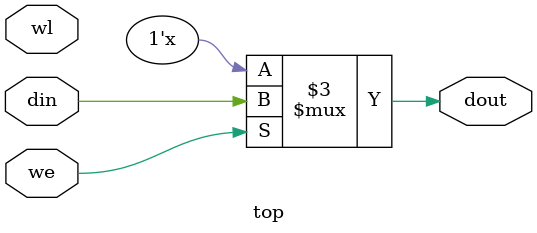
<source format=v>
`timescale 1ns / 1ps


module top(
    input wire din, we, wl,
    output reg dout
    );

always@(*)
begin
    if(we)
    begin
        dout <= din;
    end
    else
    begin
        dout <= dout;
    end

end
endmodule

</source>
